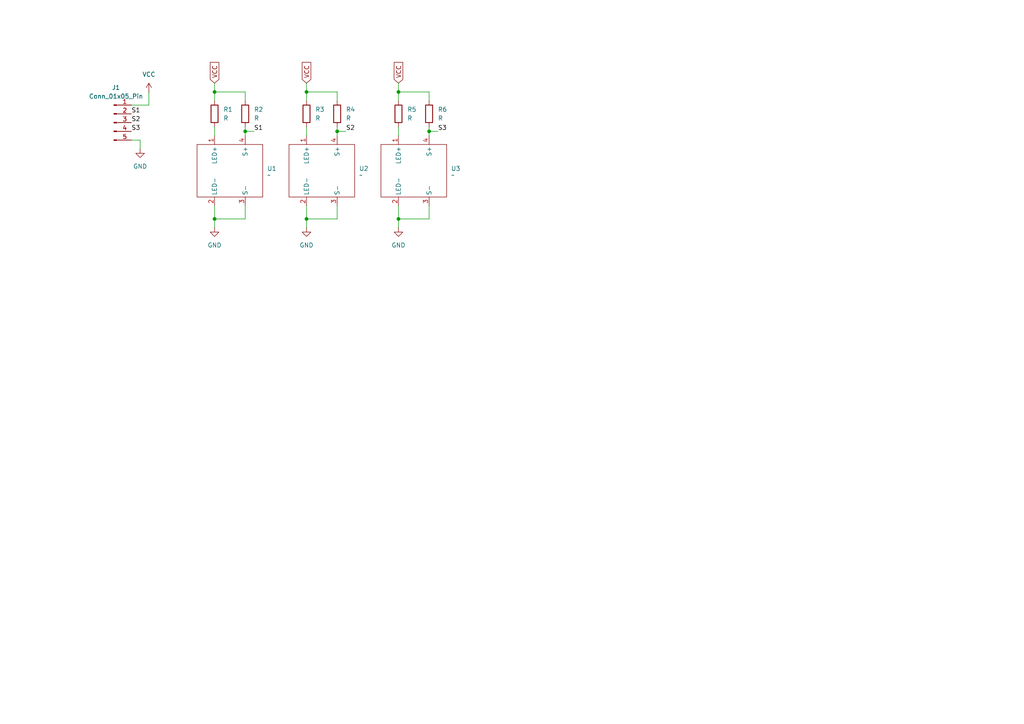
<source format=kicad_sch>
(kicad_sch (version 20250114) (generator "eeschema") (generator_version "9.0")
  (paper "A4")
  (lib_symbols
    (symbol "Connector:Conn_01x05_Pin" (pin_names (offset 1.016) (hide yes))
      (property "Reference" "J" (at 0 7.62 0))
      (property "Value" "Conn_01x05_Pin" (at 0 -7.62 0))
      (symbol "Conn_01x05_Pin_1_1"
        (rectangle (start 0.8636 5.207) (end 0 4.953) (stroke (width 0.1524)) (fill (type outline)))
        (rectangle (start 0.8636 2.667) (end 0 2.413) (stroke (width 0.1524)) (fill (type outline)))
        (rectangle (start 0.8636 0.127) (end 0 -0.127) (stroke (width 0.1524)) (fill (type outline)))
        (rectangle (start 0.8636 -2.413) (end 0 -2.667) (stroke (width 0.1524)) (fill (type outline)))
        (rectangle (start 0.8636 -4.953) (end 0 -5.207) (stroke (width 0.1524)) (fill (type outline)))
        (polyline (pts (xy 1.27 5.08) (xy 0.8636 5.08)) (stroke (width 0.1524)))
        (polyline (pts (xy 1.27 2.54) (xy 0.8636 2.54)) (stroke (width 0.1524)))
        (polyline (pts (xy 1.27 0) (xy 0.8636 0)) (stroke (width 0.1524)))
        (polyline (pts (xy 1.27 -2.54) (xy 0.8636 -2.54)) (stroke (width 0.1524)))
        (polyline (pts (xy 1.27 -5.08) (xy 0.8636 -5.08)) (stroke (width 0.1524)))
        (pin passive line (at 5.08 5.08 180) (length 3.81) (name "Pin_1") (number "1"))
        (pin passive line (at 5.08 2.54 180) (length 3.81) (name "Pin_2") (number "2"))
        (pin passive line (at 5.08 0 180) (length 3.81) (name "Pin_3") (number "3"))
        (pin passive line (at 5.08 -2.54 180) (length 3.81) (name "Pin_4") (number "4"))
        (pin passive line (at 5.08 -5.08 180) (length 3.81) (name "Pin_5") (number "5"))
      )
    )
    (symbol "Device:R" (pin_numbers (hide yes)) (pin_names (offset 0))
      (property "Reference" "R" (at 2.032 0 90))
      (property "Value" "R" (at 0 0 90))
      (symbol "R_0_1"
        (rectangle (start -1.016 -2.54) (end 1.016 2.54) (stroke (width 0.254)))
      )
      (symbol "R_1_1"
        (pin passive line (at 0 3.81 270) (length 1.27) (name "~") (number "1"))
        (pin passive line (at 0 -3.81 90) (length 1.27) (name "~") (number "2"))
      )
    )
    (symbol "Gboard:RPR220"
      (property "Reference" "U" (at 11.938 0.254 0))
      (symbol "RPR220_0_1"
        (rectangle (start -10.16 7.62) (end 8.89 -7.62))
      )
      (symbol "RPR220_1_1"
        (pin power_in line (at -5.08 10.16 270) (length 2.54) (name "LED+") (number "1"))
        (pin power_in line (at -5.08 -10.16 90) (length 2.54) (name "LED-") (number "2"))
        (pin output line (at 3.81 10.16 270) (length 2.54) (name "S+") (number "4"))
        (pin output line (at 3.81 -10.16 90) (length 2.54) (name "S-") (number "3"))
      )
    )
    (symbol "power:GND" (power) (pin_numbers (hide yes)) (pin_names (offset 0) (hide yes))
      (property "Value" "GND" (at 0 -3.81 0))
      (symbol "GND_0_1"
        (polyline (pts (xy 0 0) (xy 0 -1.27) (xy 1.27 -1.27) (xy 0 -2.54) (xy -1.27 -1.27) (xy 0 -1.27)))
      )
      (symbol "GND_1_1"
        (pin power_in line (at 0 0 270) (length 0) (name "~") (number "1"))
      )
    )
    (symbol "power:VCC" (power) (pin_numbers (hide yes)) (pin_names (offset 0) (hide yes))
      (property "Value" "VCC" (at 0 3.556 0))
      (symbol "VCC_0_1"
        (polyline (pts (xy -0.762 1.27) (xy 0 2.54)))
        (polyline (pts (xy 0 2.54) (xy 0.762 1.27)))
        (polyline (pts (xy 0 0) (xy 0 2.54)))
      )
      (symbol "VCC_1_1"
        (pin power_in line (at 0 0 90) (length 0) (name "~") (number "1"))
      )
    )
  )
  (junction (at 88.9 26.67))
  (junction (at 124.46 38.1))
  (junction (at 62.23 26.67))
  (junction (at 97.79 38.1))
  (junction (at 71.12 38.1))
  (junction (at 115.57 63.5))
  (junction (at 115.57 26.67))
  (junction (at 62.23 63.5))
  (junction (at 88.9 63.5))
  (wire (pts (xy 88.9 24.13) (xy 88.9 26.67)))
  (wire (pts (xy 124.46 36.83) (xy 124.46 38.1)))
  (wire (pts (xy 124.46 26.67) (xy 124.46 29.21)))
  (wire (pts (xy 71.12 38.1) (xy 71.12 39.37)))
  (wire (pts (xy 62.23 26.67) (xy 71.12 26.67)))
  (wire (pts (xy 62.23 24.13) (xy 62.23 26.67)))
  (wire (pts (xy 71.12 63.5) (xy 71.12 59.69)))
  (wire (pts (xy 62.23 59.69) (xy 62.23 63.5)))
  (wire (pts (xy 97.79 38.1) (xy 100.33 38.1)))
  (wire (pts (xy 124.46 38.1) (xy 127 38.1)))
  (wire (pts (xy 115.57 26.67) (xy 124.46 26.67)))
  (wire (pts (xy 115.57 36.83) (xy 115.57 39.37)))
  (wire (pts (xy 71.12 36.83) (xy 71.12 38.1)))
  (wire (pts (xy 115.57 26.67) (xy 115.57 29.21)))
  (wire (pts (xy 124.46 38.1) (xy 124.46 39.37)))
  (wire (pts (xy 124.46 63.5) (xy 124.46 59.69)))
  (wire (pts (xy 62.23 63.5) (xy 62.23 66.04)))
  (wire (pts (xy 71.12 26.67) (xy 71.12 29.21)))
  (wire (pts (xy 115.57 63.5) (xy 124.46 63.5)))
  (wire (pts (xy 40.64 40.64) (xy 38.1 40.64)))
  (wire (pts (xy 43.18 30.48) (xy 38.1 30.48)))
  (wire (pts (xy 62.23 63.5) (xy 71.12 63.5)))
  (wire (pts (xy 40.64 43.18) (xy 40.64 40.64)))
  (wire (pts (xy 88.9 63.5) (xy 88.9 66.04)))
  (wire (pts (xy 97.79 26.67) (xy 97.79 29.21)))
  (wire (pts (xy 97.79 38.1) (xy 97.79 39.37)))
  (wire (pts (xy 62.23 36.83) (xy 62.23 39.37)))
  (wire (pts (xy 88.9 59.69) (xy 88.9 63.5)))
  (wire (pts (xy 97.79 63.5) (xy 97.79 59.69)))
  (wire (pts (xy 115.57 59.69) (xy 115.57 63.5)))
  (wire (pts (xy 88.9 26.67) (xy 88.9 29.21)))
  (wire (pts (xy 71.12 38.1) (xy 73.66 38.1)))
  (wire (pts (xy 97.79 36.83) (xy 97.79 38.1)))
  (wire (pts (xy 115.57 24.13) (xy 115.57 26.67)))
  (wire (pts (xy 88.9 36.83) (xy 88.9 39.37)))
  (wire (pts (xy 115.57 63.5) (xy 115.57 66.04)))
  (wire (pts (xy 62.23 26.67) (xy 62.23 29.21)))
  (wire (pts (xy 88.9 26.67) (xy 97.79 26.67)))
  (wire (pts (xy 88.9 63.5) (xy 97.79 63.5)))
  (wire (pts (xy 43.18 26.67) (xy 43.18 30.48)))
  (label "S3" (at 38.1 38.1 0))
  (label "S1" (at 73.66 38.1 0))
  (label "S3" (at 127 38.1 0))
  (label "S2" (at 100.33 38.1 0))
  (label "S2" (at 38.1 35.56 0))
  (label "S1" (at 38.1 33.02 0))
  (global_label "VCC" (shape input) (at 62.23 24.13 90) (property "Intersheetrefs" "${INTERSHEET_REFS}" (effects (hide yes))))
  (global_label "VCC" (shape input) (at 88.9 24.13 90) (property "Intersheetrefs" "${INTERSHEET_REFS}" (effects (hide yes))))
  (global_label "VCC" (shape input) (at 115.57 24.13 90) (property "Intersheetrefs" "${INTERSHEET_REFS}" (effects (hide yes))))
  (symbol (lib_id "Device:R") (at 124.46 33.02 0) (unit 1)
    (property "Reference" "R6" (at 127 31.7499 0) (effects (justify left)))
    (property "Value" "R" (at 127 34.2899 0) (effects (justify left)))
    (property "Footprint" "Gboard:Registor" (effects (hide yes)))
    (property "Description" "Resistor" (effects (hide yes)))
  )
  (symbol (lib_id "Device:R") (at 88.9 33.02 0) (unit 1)
    (property "Reference" "R3" (at 91.44 31.7499 0) (effects (justify left)))
    (property "Value" "R" (at 91.44 34.2899 0) (effects (justify left)))
    (property "Footprint" "Gboard:Registor" (effects (hide yes)))
    (property "Description" "Resistor" (effects (hide yes)))
  )
  (symbol (lib_id "Gboard:RPR220") (at 67.31 49.53 0) (unit 1)
    (property "Reference" "U1" (at 77.47 48.8949 0) (effects (justify left)))
    (property "Value" "~" (at 77.47 50.8 0) (effects (justify left)))
    (property "Footprint" "Gboard:RPR220" (effects (hide yes)))
  )
  (symbol (lib_id "Device:R") (at 62.23 33.02 0) (unit 1)
    (property "Reference" "R1" (at 64.77 31.7499 0) (effects (justify left)))
    (property "Value" "R" (at 64.77 34.2899 0) (effects (justify left)))
    (property "Footprint" "Gboard:Registor" (effects (hide yes)))
    (property "Description" "Resistor" (effects (hide yes)))
  )
  (symbol (lib_id "Gboard:RPR220") (at 93.98 49.53 0) (unit 1)
    (property "Reference" "U2" (at 104.14 48.8949 0) (effects (justify left)))
    (property "Value" "~" (at 104.14 50.8 0) (effects (justify left)))
    (property "Footprint" "Gboard:RPR220" (effects (hide yes)))
  )
  (symbol (lib_id "Device:R") (at 115.57 33.02 0) (unit 1)
    (property "Reference" "R5" (at 118.11 31.7499 0) (effects (justify left)))
    (property "Value" "R" (at 118.11 34.2899 0) (effects (justify left)))
    (property "Footprint" "Gboard:Registor" (effects (hide yes)))
    (property "Description" "Resistor" (effects (hide yes)))
  )
  (symbol (lib_id "power:GND") (at 40.64 43.18 0) (unit 1)
    (property "Reference" "#PWR08" (effects (hide yes)))
    (property "Value" "GND" (at 40.64 48.26 0))
    (property "Description" "Power symbol creates a global label with name \"GND\" , ground" (effects (hide yes)))
  )
  (symbol (lib_id "power:VCC") (at 43.18 26.67 0) (unit 1)
    (property "Reference" "#PWR09" (effects (hide yes)))
    (property "Value" "VCC" (at 43.18 21.59 0))
    (property "Description" "Power symbol creates a global label with name \"VCC\"" (effects (hide yes)))
  )
  (symbol (lib_id "Device:R") (at 71.12 33.02 0) (unit 1)
    (property "Reference" "R2" (at 73.66 31.7499 0) (effects (justify left)))
    (property "Value" "R" (at 73.66 34.2899 0) (effects (justify left)))
    (property "Footprint" "Gboard:Registor" (effects (hide yes)))
    (property "Description" "Resistor" (effects (hide yes)))
  )
  (symbol (lib_id "power:GND") (at 115.57 66.04 0) (unit 1)
    (property "Reference" "#PWR03" (effects (hide yes)))
    (property "Value" "GND" (at 115.57 71.12 0))
    (property "Description" "Power symbol creates a global label with name \"GND\" , ground" (effects (hide yes)))
  )
  (symbol (lib_id "Gboard:RPR220") (at 120.65 49.53 0) (unit 1)
    (property "Reference" "U3" (at 130.81 48.8949 0) (effects (justify left)))
    (property "Value" "~" (at 130.81 50.8 0) (effects (justify left)))
    (property "Footprint" "Gboard:RPR220" (effects (hide yes)))
  )
  (symbol (lib_id "Connector:Conn_01x05_Pin") (at 33.02 35.56 0) (unit 1)
    (property "Reference" "J1" (at 33.655 25.4 0))
    (property "Value" "Conn_01x05_Pin" (at 33.655 27.94 0))
    (property "Footprint" "Connector_PinHeader_2.54mm:PinHeader_1x05_P2.54mm_Vertical" (effects (hide yes)))
    (property "Description" "Generic connector, single row, 01x05, script generated" (effects (hide yes)))
  )
  (symbol (lib_id "power:GND") (at 88.9 66.04 0) (unit 1)
    (property "Reference" "#PWR02" (effects (hide yes)))
    (property "Value" "GND" (at 88.9 71.12 0))
    (property "Description" "Power symbol creates a global label with name \"GND\" , ground" (effects (hide yes)))
  )
  (symbol (lib_id "power:GND") (at 62.23 66.04 0) (unit 1)
    (property "Reference" "#PWR01" (effects (hide yes)))
    (property "Value" "GND" (at 62.23 71.12 0))
    (property "Description" "Power symbol creates a global label with name \"GND\" , ground" (effects (hide yes)))
  )
  (symbol (lib_id "Device:R") (at 97.79 33.02 0) (unit 1)
    (property "Reference" "R4" (at 100.33 31.7499 0) (effects (justify left)))
    (property "Value" "R" (at 100.33 34.2899 0) (effects (justify left)))
    (property "Footprint" "Gboard:Registor" (effects (hide yes)))
    (property "Description" "Resistor" (effects (hide yes)))
  )
)
</source>
